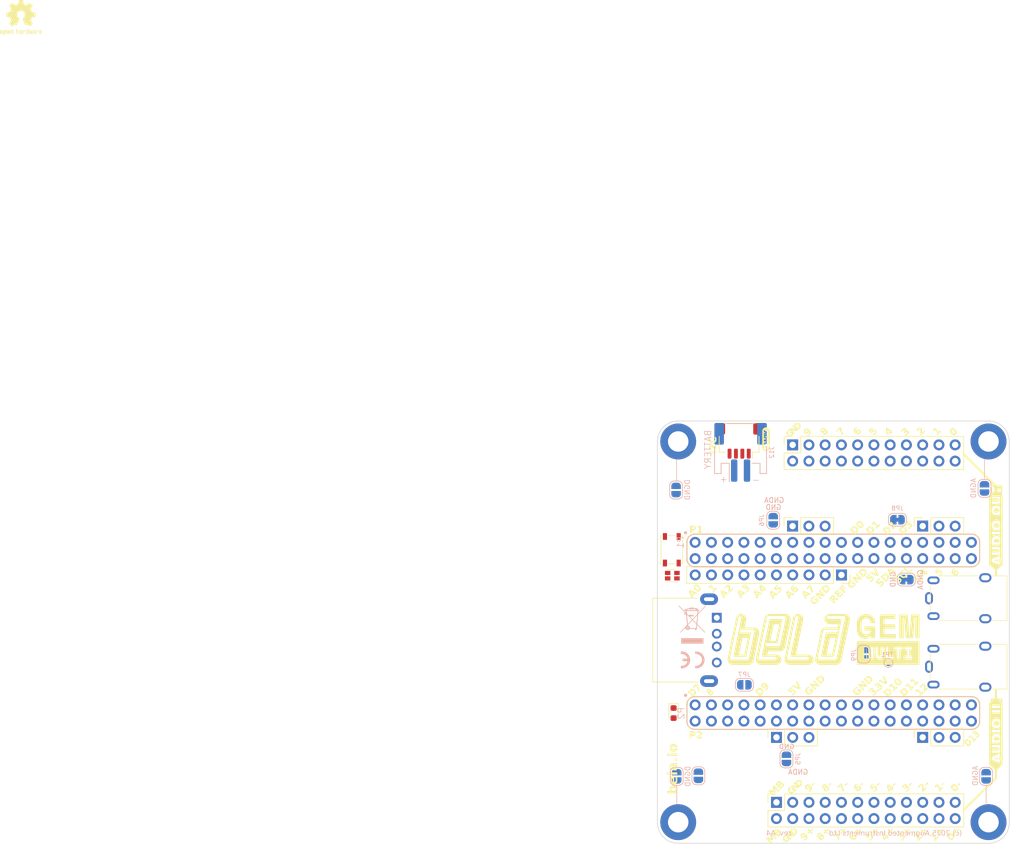
<source format=kicad_pcb>
(kicad_pcb (version 20241229) (generator "pcbnew") (generator_version "9.0")
  (title_block (title "PB2 Bela Mini Proto") (date "2024-11") (rev "rev 1.0") (company "Augmented Instruments Ltd."))
  (layers (0 "F.Cu" signal) (4 "In1.Cu" signal) (6 "In2.Cu" signal) (2 "B.Cu" signal) (13 "F.Paste" user) (15 "B.Paste" user) (5 "F.SilkS" user "F.Silkscreen") (7 "B.SilkS" user "B.Silkscreen") (1 "F.Mask" user) (3 "B.Mask" user) (25 "Edge.Cuts" user))
  (net 0 "")
  (net 1 "GND")
  (net 2 "+3V3")
  (net 3 "GNDA")
  (net 4 "+3.3VA")
  (net 5 "/REFP")
  (net 6 "/REFIO")
  (net 7 "Net-(D1-A1)")
  (net 8 "Net-(D1-A2)")
  (net 9 "/HPR")
  (net 10 "/HPL")
  (net 11 "+5V")
  (net 12 "/analog2")
  (net 13 "/analog1")
  (net 14 "/analog3")
  (net 15 "/analog0")
  (net 16 "/AUD_BCLK")
  (net 17 "/AUD_DOUT")
  (net 18 "/AUD_SCL")
  (net 19 "/AUD_DIN")
  (net 20 "/AUD_MCLK")
  (net 21 "/RESETN")
  (net 22 "/AUD_WCLK")
  (net 23 "/AUD_SDA")
  (net 24 "ADC_RST{slash}")
  (net 25 "/analog4")
  (net 26 "Net-(JP2-A)")
  (net 27 "/analog5")
  (net 28 "/analog6")
  (net 29 "/analog7")
  (net 30 "/USB_VBUS")
  (net 31 "/USB_DP")
  (net 32 "/USBGND")
  (net 33 "/SHUTDOWN_REQ{slash}")
  (net 34 "/LED_INDICATOR_A")
  (net 35 "/LED_INDICATOR_B")
  (net 36 "/SPI2.MOSI")
  (net 37 "/SPI2.CLK")
  (net 38 "/SPI2.MISO")
  (net 39 "SPI_ADC_CNV")
  (net 40 "/USB1.ID")
  (net 42 "/SPI0.MOSI")
  (net 43 "/UART0.TX")
  (net 44 "/I2C2.SDA")
  (net 48 "/SPI0.MISO")
  (net 50 "/UART4.TX")
  (net 53 "/SPI0.CLK")
  (net 56 "/BAT.TEMP")
  (net 57 "/USB_DN")
  (net 59 "/ON_OFF_BUTTON")
  (net 63 "/I2C2.SCL")
  (net 68 "/BAT.VIN")
  (net 69 "Net-(D24-K)")
  (net 71 "/UART0.RX")
  (net 72 "/AUD_DOUT5")
  (net 73 "/AUD_DOUT4")
  (net 74 "/UART4.RX")
  (net 75 "/AUD_DOUT3")
  (net 79 "Net-(JP1-A)")
  (net 80 "Net-(JP3-A)")
  (net 81 "Net-(JP4-A)")
  (net 82 "-5V")
  (net 83 "/LINE_OUT1")
  (net 84 "/LINE_OUT0")
  (net 85 "/AUD_DOUT2")
  (net 86 "/IN1")
  (net 87 "/IN0")
  (net 88 "/IN3")
  (net 89 "/IN2")
  (net 90 "/IN5")
  (net 91 "/IN4")
  (net 92 "/IN6")
  (net 93 "/IN7")
  (net 94 "/IN9")
  (net 95 "/IN8")
  (net 96 "/LINE_OUT2")
  (net 97 "/LINE_OUT3")
  (net 98 "/LINE_OUT5")
  (net 99 "/LINE_OUT4")
  (net 100 "/LINE_OUT7")
  (net 101 "/LINE_OUT6")
  (net 102 "/LINE_OUT9")
  (net 103 "/LINE_OUT8")
  (net 104 "/MICBIAS")
  (net 105 "/AUD_DIN2")
  (net 106 "/CODEC_BCLK")
  (net 107 "/ES9080/CHIP_EN")
  (net 108 "/AUX_MCLK")
  (net 109 "Net-(IC4-GPIO2)")
  (net 110 "Net-(R1-Pad1)")
  (net 111 "/IN6-")
  (net 112 "/IN1-")
  (net 113 "/IN4-")
  (net 114 "/IN9-")
  (net 115 "/IN5-")
  (net 116 "/IN3-")
  (net 117 "/IN7-")
  (net 118 "/IN8-")
  (net 119 "/IN0-")
  (net 120 "/IN2-")
  (net 121 "/LINE_OUT0-")
  (net 122 "/LINE_OUT1-")
  (net 124 "Net-(D24-A)")
  (net 125 "/POWER_LED_DISABLE")
  (net 126 "/AUD_DIN3")
  (net 127 "/TLV320ADC3140/I2C_ADDR1")
  (footprint "Connector_PinSocket_2.54mm:PinSocket_1x03_P2.54mm_Vertical" (layer "F.Cu") (at 144.2089 115.248202 90)
    (property "Reference" "J9" (hide yes))
    (property "Value" "Conn_01x03")
    (pad "1" thru_hole rect (at 0 0 90) (size 1.7 1.7) (drill 1) (layers "*.Cu" "*.Mask") (net 3 "GNDA"))
    (pad "2" thru_hole circle (at 0 2.54 90) (size 1.7 1.7) (drill 1) (layers "*.Cu" "*.Mask") (net 3 "GNDA"))
    (pad "3" thru_hole circle (at 0 5.08 90) (size 1.7 1.7) (drill 1) (layers "*.Cu" "*.Mask") (net 4 "+3.3VA"))
  )
  (footprint "Connector_PinSocket_2.54mm:PinSocket_1x03_P2.54mm_Vertical" (layer "F.Cu") (at 144.2089 82.228202 90)
    (property "Reference" "J11" (hide yes))
    (property "Value" "Conn_01x03")
    (pad "1" thru_hole rect (at 0 0 90) (size 1.7 1.7) (drill 1) (layers "*.Cu" "*.Mask") (net 3 "GNDA"))
    (pad "2" thru_hole circle (at 0 2.54 90) (size 1.7 1.7) (drill 1) (layers "*.Cu" "*.Mask") (net 10 "/HPL"))
    (pad "3" thru_hole circle (at 0 5.08 90) (size 1.7 1.7) (drill 1) (layers "*.Cu" "*.Mask") (net 9 "/HPR"))
  )
  (footprint "Bela:qwiic_horizontal_SMD" (layer "F.Cu") (at 115.525 68.7 180)
    (property "Reference" "J4" (hide yes))
    (property "Value" "Conn_01x04_MountingPin")
    (pad "1" smd roundrect (at -1.5 -2.205 180) (size 0.6 1.55) (layers "F.Cu" "F.Mask" "F.Paste") (net 1 "GND"))
    (pad "2" smd roundrect (at -0.5 -2.205 180) (size 0.6 1.55) (layers "F.Cu" "F.Mask" "F.Paste") (net 2 "+3V3"))
    (pad "3" smd roundrect (at 0.5 -2.205 180) (size 0.6 1.55) (layers "F.Cu" "F.Mask" "F.Paste") (net 44 "/I2C2.SDA"))
    (pad "4" smd roundrect (at 1.5 -2.205 180) (size 0.6 1.55) (layers "F.Cu" "F.Mask" "F.Paste") (net 63 "/I2C2.SCL"))
    (pad "MP" smd roundrect (at -2.8 1.67 180) (size 1.2 1.8) (layers "F.Cu" "F.Mask" "F.Paste") (roundrect_rratio 0.208333) (net 1 "GND"))
    (pad "MP" smd roundrect (at 2.8 1.67 180) (size 1.2 1.8) (layers "F.Cu" "F.Mask" "F.Paste") (roundrect_rratio 0.208333) (net 1 "GND"))
  )
  (footprint "Button_Switch_SMD:SW_SPST_PTS810" (layer "F.Cu") (at 105 85.925 -90)
    (property "Reference" "S1" (hide yes))
    (property "Value" "PTS810")
    (pad "1" smd rect (at -2.075 -1.075 270) (size 1.05 0.65) (layers "F.Cu" "F.Mask" "F.Paste") (net 1 "GND"))
    (pad "1" smd rect (at 2.075 -1.075 270) (size 1.05 0.65) (layers "F.Cu" "F.Mask" "F.Paste") (net 1 "GND"))
    (pad "2" smd rect (at -2.075 1.075 270) (size 1.05 0.65) (layers "F.Cu" "F.Mask" "F.Paste") (net 110 "Net-(R1-Pad1)"))
    (pad "2" smd rect (at 2.075 1.075 270) (size 1.05 0.65) (layers "F.Cu" "F.Mask" "F.Paste") (net 110 "Net-(R1-Pad1)"))
  )
  (footprint "MountingHole:MountingHole_3.2mm_M3_DIN965_Pad" (layer "F.Cu") (at 106 128.5)
    (property "Reference" "H3" (hide yes))
    (property "Value" "MountingHole" (hide yes))
    (pad "1" thru_hole circle (at 0 0) (size 5.6 5.6) (drill 3.2) (layers "*.Cu" "*.Mask") (net 80 "Net-(JP3-A)"))
  )
  (footprint "LOGO" (layer "F.Cu") (at 128.714878 99.938704)
    (property "Reference" "G***" (hide yes))
    (property "Value" "LOGO" (hide yes))
  )
  (footprint "Connector_PinSocket_2.54mm:PinSocket_1x03_P2.54mm_Vertical" (layer "F.Cu") (at 121.357813 115.248202 90)
    (property "Reference" "J8" (hide yes))
    (property "Value" "Conn_01x03")
    (pad "1" thru_hole rect (at 0 0 90) (size 1.7 1.7) (drill 1) (layers "*.Cu" "*.Mask") (net 1 "GND"))
    (pad "2" thru_hole circle (at 0 2.54 90) (size 1.7 1.7) (drill 1) (layers "*.Cu" "*.Mask") (net 2 "+3V3"))
    (pad "3" thru_hole circle (at 0 5.08 90) (size 1.7 1.7) (drill 1) (layers "*.Cu" "*.Mask") (net 11 "+5V"))
  )
  (footprint "Connector_PinSocket_2.54mm:PinSocket_1x10_P2.54mm_Vertical" (layer "F.Cu") (at 131.515 89.861802 -90)
    (property "Reference" "J3" (hide yes))
    (property "Value" "Conn_01x10")
    (pad "1" thru_hole rect (at 0 0 270) (size 1.7 1.7) (drill 1) (layers "*.Cu" "*.Mask") (net 5 "/REFP"))
    (pad "2" thru_hole circle (at 0 2.54 270) (size 1.7 1.7) (drill 1) (layers "*.Cu" "*.Mask") (net 1 "GND"))
    (pad "3" thru_hole circle (at 0 5.08 270) (size 1.7 1.7) (drill 1) (layers "*.Cu" "*.Mask") (net 29 "/analog7"))
    (pad "4" thru_hole circle (at 0 7.62 270) (size 1.7 1.7) (drill 1) (layers "*.Cu" "*.Mask") (net 28 "/analog6"))
    (pad "5" thru_hole circle (at 0 10.16 270) (size 1.7 1.7) (drill 1) (layers "*.Cu" "*.Mask") (net 27 "/analog5"))
    (pad "6" thru_hole circle (at 0 12.7 270) (size 1.7 1.7) (drill 1) (layers "*.Cu" "*.Mask") (net 25 "/analog4"))
    (pad "7" thru_hole circle (at 0 15.24 270) (size 1.7 1.7) (drill 1) (layers "*.Cu" "*.Mask") (net 14 "/analog3"))
    (pad "8" thru_hole circle (at 0 17.78 270) (size 1.7 1.7) (drill 1) (layers "*.Cu" "*.Mask") (net 12 "/analog2"))
    (pad "9" thru_hole circle (at 0 20.32 270) (size 1.7 1.7) (drill 1) (layers "*.Cu" "*.Mask") (net 13 "/analog1"))
    (pad "10" thru_hole circle (at 0 22.86 270) (size 1.7 1.7) (drill 1) (layers "*.Cu" "*.Mask") (net 15 "/analog0"))
  )
  (footprint "LED_SMD:LED_LiteOn_LTST-C19HE1WT" (layer "F.Cu") (at 105.075 89.975 -90)
    (property "Reference" "D1" (hide yes))
    (property "Value" "LTST-C195TBJRKT")
    (pad "1" smd rect (at -0.425 -0.725 270) (size 0.65 0.85) (layers "F.Cu" "F.Mask" "F.Paste") (net 7 "Net-(D1-A1)"))
    (pad "2" smd rect (at 0.425 -0.725 270) (size 0.65 0.85) (layers "F.Cu" "F.Mask" "F.Paste") (net 8 "Net-(D1-A2)"))
    (pad "3" smd rect (at 0.425 0.725 270) (size 0.65 0.85) (layers "F.Cu" "F.Mask" "F.Paste") (net 1 "GND"))
    (pad "4" smd rect (at -0.425 0.725 270) (size 0.65 0.85) (layers "F.Cu" "F.Mask" "F.Paste") (net 1 "GND"))
  )
  (footprint "Bela:Jack_3.5mm_LumbergSubstitute" (layer "F.Cu") (at 157.4 93.5 -90)
    (property "Reference" "J2" (hide yes))
    (property "Value" "AudioJack4")
    (pad "" np_thru_hole circle (at 0 2 270) (size 1 1) (drill 1) (layers "*.Cu" "*.Mask"))
    (pad "" np_thru_hole circle (at 0 9 270) (size 1 1) (drill 1) (layers "*.Cu" "*.Mask"))
    (pad "R1" thru_hole oval (at -2.8 11.5) (size 1.9 1.2) (drill oval 1.3 0.6) (layers "*.Cu" "*.Mask") (net 9 "/HPR"))
    (pad "R2" thru_hole oval (at 2.8 11.5) (size 1.9 1.2) (drill oval 1.3 0.6) (layers "*.Cu" "*.Mask") (net 3 "GNDA"))
    (pad "S" thru_hole oval (at 0 12.2 90) (size 1.9 1.2) (drill oval 1.3 0.6) (layers "*.Cu" "*.Mask"))
    (pad "T" thru_hole oval (at -3.2 3.4) (size 1.9 1.4) (drill oval 1.3 0.8) (layers "*.Cu" "*.Mask") (net 10 "/HPL"))
    (pad "T" thru_hole oval (at 3.2 3.4) (size 1.9 1.4) (drill oval 1.3 0.8) (layers "*.Cu" "*.Mask") (net 10 "/HPL"))
  )
  (footprint "LED_SMD:LED_0603_1608Metric" (layer "F.Cu") (at 105.277387 111.448019 -90)
    (property "Reference" "D24" (hide yes))
    (property "Value" "LED")
    (pad "1" smd roundrect (at -0.7875 0 270) (size 0.875 0.95) (layers "F.Cu" "F.Mask" "F.Paste") (net 69 "Net-(D24-K)"))
    (pad "2" smd roundrect (at 0.7875 0 270) (size 0.875 0.95) (layers "F.Cu" "F.Mask" "F.Paste") (net 124 "Net-(D24-A)"))
  )
  (footprint "MountingHole:MountingHole_3.2mm_M3_DIN965_Pad" (layer "F.Cu") (at 154.5 128.5)
    (property "Reference" "H4" (hide yes))
    (property "Value" "MountingHole" (hide yes))
    (pad "1" thru_hole circle (at 0 0) (size 5.6 5.6) (drill 3.2) (layers "*.Cu" "*.Mask") (net 81 "Net-(JP4-A)"))
  )
  (footprint "MountingHole:MountingHole_3.2mm_M3_DIN965_Pad" (layer "F.Cu") (at 154.5 69)
    (property "Reference" "H2" (hide yes))
    (property "Value" "MountingHole" (hide yes))
    (pad "1" thru_hole circle (at 0 0) (size 5.6 5.6) (drill 3.2) (layers "*.Cu" "*.Mask") (net 26 "Net-(JP2-A)"))
  )
  (footprint "Connector_PinSocket_2.54mm:PinSocket_1x03_P2.54mm_Vertical" (layer "F.Cu") (at 123.88 82.228202 90)
    (property "Reference" "J10" (hide yes))
    (property "Value" "Conn_01x03")
    (pad "1" thru_hole rect (at 0 0 90) (size 1.7 1.7) (drill 1) (layers "*.Cu" "*.Mask") (net 1 "GND"))
    (pad "2" thru_hole circle (at 0 2.54 90) (size 1.7 1.7) (drill 1) (layers "*.Cu" "*.Mask") (net 82 "-5V"))
    (pad "3" thru_hole circle (at 0 5.08 90) (size 1.7 1.7) (drill 1) (layers "*.Cu" "*.Mask") (net 11 "+5V"))
  )
  (footprint "Connector_PinSocket_2.54mm:PinSocket_2x12_P2.54mm_Vertical" (layer "F.Cu") (at 121.356058 125.401435 90)
    (property "Reference" "J6" (hide yes))
    (property "Value" "Conn_02x12_Odd_Even")
    (pad "1" thru_hole rect (at 0 0 90) (size 1.7 1.7) (drill 1) (layers "*.Cu" "*.Mask") (net 104 "/MICBIAS"))
    (pad "2" thru_hole circle (at -2.54 0 90) (size 1.7 1.7) (drill 1) (layers "*.Cu" "*.Mask") (net 104 "/MICBIAS"))
    (pad "3" thru_hole circle (at 0 2.54 90) (size 1.7 1.7) (drill 1) (layers "*.Cu" "*.Mask") (net 3 "GNDA"))
    (pad "4" thru_hole circle (at -2.54 2.54 90) (size 1.7 1.7) (drill 1) (layers "*.Cu" "*.Mask") (net 3 "GNDA"))
    (pad "5" thru_hole circle (at 0 5.08 90) (size 1.7 1.7) (drill 1) (layers "*.Cu" "*.Mask") (net 114 "/IN9-"))
    (pad "6" thru_hole circle (at -2.54 5.08 90) (size 1.7 1.7) (drill 1) (layers "*.Cu" "*.Mask") (net 94 "/IN9"))
    (pad "7" thru_hole circle (at 0 7.62 90) (size 1.7 1.7) (drill 1) (layers "*.Cu" "*.Mask") (net 118 "/IN8-"))
    (pad "8" thru_hole circle (at -2.54 7.62 90) (size 1.7 1.7) (drill 1) (layers "*.Cu" "*.Mask") (net 95 "/IN8"))
    (pad "9" thru_hole circle (at 0 10.16 90) (size 1.7 1.7) (drill 1) (layers "*.Cu" "*.Mask") (net 117 "/IN7-"))
    (pad "10" thru_hole circle (at -2.54 10.16 90) (size 1.7 1.7) (drill 1) (layers "*.Cu" "*.Mask") (net 93 "/IN7"))
    (pad "11" thru_hole circle (at 0 12.7 90) (size 1.7 1.7) (drill 1) (layers "*.Cu" "*.Mask") (net 111 "/IN6-"))
    (pad "12" thru_hole circle (at -2.54 12.7 90) (size 1.7 1.7) (drill 1) (layers "*.Cu" "*.Mask") (net 92 "/IN6"))
    (pad "13" thru_hole circle (at 0 15.24 90) (size 1.7 1.7) (drill 1) (layers "*.Cu" "*.Mask") (net 115 "/IN5-"))
    (pad "14" thru_hole circle (at -2.54 15.24 90) (size 1.7 1.7) (drill 1) (layers "*.Cu" "*.Mask") (net 90 "/IN5"))
    (pad "15" thru_hole circle (at 0 17.78 90) (size 1.7 1.7) (drill 1) (layers "*.Cu" "*.Mask") (net 113 "/IN4-"))
    (pad "16" thru_hole circle (at -2.54 17.78 90) (size 1.7 1.7) (drill 1) (layers "*.Cu" "*.Mask") (net 91 "/IN4"))
    (pad "17" thru_hole circle (at 0 20.32 90) (size 1.7 1.7) (drill 1) (layers "*.Cu" "*.Mask") (net 116 "/IN3-"))
    (pad "18" thru_hole circle (at -2.54 20.32 90) (size 1.7 1.7) (drill 1) (layers "*.Cu" "*.Mask") (net 88 "/IN3"))
    (pad "19" thru_hole circle (at 0 22.86 90) (size 1.7 1.7) (drill 1) (layers "*.Cu" "*.Mask") (net 120 "/IN2-"))
    (pad "20" thru_hole circle (at -2.54 22.86 90) (size 1.7 1.7) (drill 1) (layers "*.Cu" "*.Mask") (net 89 "/IN2"))
    (pad "21" thru_hole circle (at 0 25.4 90) (size 1.7 1.7) (drill 1) (layers "*.Cu" "*.Mask") (net 112 "/IN1-"))
    (pad "22" thru_hole circle (at -2.54 25.4 90) (size 1.7 1.7) (drill 1) (layers "*.Cu" "*.Mask") (net 86 "/IN1"))
    (pad "23" thru_hole circle (at 0 27.94 90) (size 1.7 1.7) (drill 1) (layers "*.Cu" "*.Mask") (net 119 "/IN0-"))
    (pad "24" thru_hole circle (at -2.54 27.94 90) (size 1.7 1.7) (drill 1) (layers "*.Cu" "*.Mask") (net 87 "/IN0"))
  )
  (footprint "Bela:USB_A_GCT_USB1125" (layer "F.Cu") (at 112.0275 96.55 -90)
    (property "Reference" "J5" (hide yes))
    (property "Value" "USB_A")
    (pad "1" thru_hole rect (at 0 0 270) (size 1.524 1.524) (drill 0.92) (layers "*.Cu" "*.Mask") (net 30 "/USB_VBUS"))
    (pad "2" thru_hole circle (at 2.5 0 270) (size 1.524 1.524) (drill 0.92) (layers "*.Cu" "*.Mask") (net 57 "/USB_DN"))
    (pad "3" thru_hole circle (at 4.5 0 270) (size 1.524 1.524) (drill 0.92) (layers "*.Cu" "*.Mask") (net 31 "/USB_DP"))
    (pad "4" thru_hole circle (at 7 0 270) (size 1.524 1.524) (drill 0.92) (layers "*.Cu" "*.Mask") (net 32 "/USBGND"))
    (pad "5" thru_hole oval (at -2.9 1.2 270) (size 1.8 2.8) (drill oval 0.6 1.6) (layers "*.Cu" "*.Mask") (net 32 "/USBGND"))
    (pad "5" thru_hole oval (at 9.9 1.2 270) (size 1.8 2.8) (drill oval 0.6 1.6) (layers "*.Cu" "*.Mask") (net 32 "/USBGND"))
  )
  (footprint "MountingHole:MountingHole_3.2mm_M3_DIN965_Pad" (layer "F.Cu") (at 106 69)
    (property "Reference" "H1" (hide yes))
    (property "Value" "MountingHole" (hide yes))
    (pad "1" thru_hole circle (at 0 0) (size 5.6 5.6) (drill 3.2) (layers "*.Cu" "*.Mask") (net 79 "Net-(JP1-A)"))
  )
  (footprint "Bela:Jack_3.5mm_LumbergSubstitute" (layer "F.Cu") (at 157.4 104.2 -90)
    (property "Reference" "J1" (hide yes))
    (property "Value" "AudioJack4")
    (pad "" np_thru_hole circle (at 0 2 270) (size 1 1) (drill 1) (layers "*.Cu" "*.Mask"))
    (pad "" np_thru_hole circle (at 0 9 270) (size 1 1) (drill 1) (layers "*.Cu" "*.Mask"))
    (pad "R1" thru_hole oval (at -2.8 11.5) (size 1.9 1.2) (drill oval 1.3 0.6) (layers "*.Cu" "*.Mask") (net 86 "/IN1"))
    (pad "R2" thru_hole oval (at 2.8 11.5) (size 1.9 1.2) (drill oval 1.3 0.6) (layers "*.Cu" "*.Mask") (net 3 "GNDA"))
    (pad "S" thru_hole oval (at 0 12.2 90) (size 1.9 1.2) (drill oval 1.3 0.6) (layers "*.Cu" "*.Mask"))
    (pad "T" thru_hole oval (at -3.2 3.4) (size 1.9 1.4) (drill oval 1.3 0.8) (layers "*.Cu" "*.Mask") (net 87 "/IN0"))
    (pad "T" thru_hole oval (at 3.2 3.4) (size 1.9 1.4) (drill oval 1.3 0.8) (layers "*.Cu" "*.Mask") (net 87 "/IN0"))
  )
  (footprint "Connector_PinSocket_2.54mm:PinSocket_2x11_P2.54mm_Vertical" (layer "F.Cu") (at 123.887492 69.52984 90)
    (property "Reference" "J7" (hide yes))
    (property "Value" "Conn_02x11_Odd_Even")
    (pad "1" thru_hole rect (at 0 0 90) (size 1.7 1.7) (drill 1) (layers "*.Cu" "*.Mask") (net 3 "GNDA"))
    (pad "2" thru_hole circle (at -2.54 0 90) (size 1.7 1.7) (drill 1) (layers "*.Cu" "*.Mask") (net 3 "GNDA"))
    (pad "3" thru_hole circle (at 0 2.54 90) (size 1.7 1.7) (drill 1) (layers "*.Cu" "*.Mask") (net 102 "/LINE_OUT9"))
    (pad "4" thru_hole circle (at -2.54 2.54 90) (size 1.7 1.7) (drill 1) (layers "*.Cu" "*.Mask") (net 3 "GNDA"))
    (pad "5" thru_hole circle (at 0 5.08 90) (size 1.7 1.7) (drill 1) (layers "*.Cu" "*.Mask") (net 103 "/LINE_OUT8"))
    (pad "6" thru_hole circle (at -2.54 5.08 90) (size 1.7 1.7) (drill 1) (layers "*.Cu" "*.Mask") (net 3 "GNDA"))
    (pad "7" thru_hole circle (at 0 7.62 90) (size 1.7 1.7) (drill 1) (layers "*.Cu" "*.Mask") (net 100 "/LINE_OUT7"))
    (pad "8" thru_hole circle (at -2.54 7.62 90) (size 1.7 1.7) (drill 1) (layers "*.Cu" "*.Mask") (net 3 "GNDA"))
    (pad "9" thru_hole circle (at 0 10.16 90) (size 1.7 1.7) (drill 1) (layers "*.Cu" "*.Mask") (net 101 "/LINE_OUT6"))
    (pad "10" thru_hole circle (at -2.54 10.16 90) (size 1.7 1.7) (drill 1) (layers "*.Cu" "*.Mask") (net 3 "GNDA"))
    (pad "11" thru_hole circle (at 0 12.7 90) (size 1.7 1.7) (drill 1) (layers "*.Cu" "*.Mask") (net 98 "/LINE_OUT5"))
    (pad "12" thru_hole circle (at -2.54 12.7 90) (size 1.7 1.7) (drill 1) (layers "*.Cu" "*.Mask") (net 3 "GNDA"))
    (pad "13" thru_hole circle (at 0 15.24 90) (size 1.7 1.7) (drill 1) (layers "*.Cu" "*.Mask") (net 99 "/LINE_OUT4"))
    (pad "14" thru_hole circle (at -2.54 15.24 90) (size 1.7 1.7) (drill 1) (layers "*.Cu" "*.Mask") (net 3 "GNDA"))
    (pad "15" thru_hole circle (at 0 17.78 90) (size 1.7 1.7) (drill 1) (layers "*.Cu" "*.Mask") (net 97 "/LINE_OUT3"))
    (pad "16" thru_hole circle (at -2.54 17.78 90) (size 1.7 1.7) (drill 1) (layers "*.Cu" "*.Mask") (net 3 "GNDA"))
    (pad "17" thru_hole circle (at 0 20.32 90) (size 1.7 1.7) (drill 1) (layers "*.Cu" "*.Mask") (net 96 "/LINE_OUT2"))
    (pad "18" thru_hole circle (at -2.54 20.32 90) (size 1.7 1.7) (drill 1) (layers "*.Cu" "*.Mask") (net 3 "GNDA"))
    (pad "19" thru_hole circle (at 0 22.86 90) (size 1.7 1.7) (drill 1) (layers "*.Cu" "*.Mask") (net 83 "/LINE_OUT1"))
    (pad "20" thru_hole circle (at -2.54 22.86 90) (size 1.7 1.7) (drill 1) (layers "*.Cu" "*.Mask") (net 122 "/LINE_OUT1-"))
    (pad "21" thru_hole circle (at 0 25.4 90) (size 1.7 1.7) (drill 1) (layers "*.Cu" "*.Mask") (net 84 "/LINE_OUT0"))
    (pad "22" thru_hole circle (at -2.54 25.4 90) (size 1.7 1.7) (drill 1) (layers "*.Cu" "*.Mask") (net 121 "/LINE_OUT0-"))
  )
  (footprint "Symbol:OSHW-Logo2_7.3x6mm_SilkScreen" (layer "F.Cu") (at 3.270714 2.762714)
    (property "Reference" "G1" (hide yes))
    (property "Value" "OSHW-Logo" (hide yes))
  )
  (footprint "Jumper:SolderJumper-2_P1.3mm_Open_RoundedPad1.0x1.5mm" (layer "B.Cu") (at 122.9209 118.608202 90)
    (property "Reference" "JP5" (at 0 1.8 90) (layer "B.SilkS") (effects (font (size 0.7 0.7) (thickness 0.1)) (justify mirror)))
    (property "Value" "SolderJumper_2_Open")
    (pad "1" smd custom (at -0.65 0 90) (size 1 0.5) (layers "B.Cu" "B.Mask") (net 3 "GNDA") (options (clearance outline) (anchor rect)) (primitives (gr_circle (center 0 -0.25) (end 0.5 -0.25) (width 0) (fill yes)) (gr_circle (center 0 0.25) (end 0.5 0.25) (width 0) (fill yes)) (gr_poly (pts (xy 0.5 -0.75) (xy 0 -0.75) (xy 0 0.75) (xy 0.5 0.75)) (width 0) (fill yes))))
    (pad "2" smd custom (at 0.65 0 90) (size 1 0.5) (layers "B.Cu" "B.Mask") (net 1 "GND") (options (clearance outline) (anchor rect)) (primitives (gr_circle (center 0 -0.25) (end 0.5 -0.25) (width 0) (fill yes)) (gr_circle (center 0 0.25) (end 0.5 0.25) (width 0) (fill yes)) (gr_poly (pts (xy 0 -0.75) (xy -0.5 -0.75) (xy -0.5 0.75) (xy 0 0.75)) (width 0) (fill yes))))
  )
  (footprint "Jumper:SolderJumper-2_P1.3mm_Open_RoundedPad1.0x1.5mm" (layer "B.Cu") (at 154.1209 121.333202 90)
    (property "Reference" "JP4" (hide yes))
    (property "Value" "SolderJumper_2_Open" (hide yes))
    (pad "1" smd custom (at -0.65 0 90) (size 1 0.5) (layers "B.Cu" "B.Mask") (net 81 "Net-(JP4-A)") (options (clearance outline) (anchor rect)) (primitives (gr_circle (center 0 -0.25) (end 0.5 -0.25) (width 0) (fill yes)) (gr_circle (center 0 0.25) (end 0.5 0.25) (width 0) (fill yes)) (gr_poly (pts (xy 0.5 -0.75) (xy 0 -0.75) (xy 0 0.75) (xy 0.5 0.75)) (width 0) (fill yes))))
    (pad "2" smd custom (at 0.65 0 90) (size 1 0.5) (layers "B.Cu" "B.Mask") (net 3 "GNDA") (options (clearance outline) (anchor rect)) (primitives (gr_circle (center 0 -0.25) (end 0.5 -0.25) (width 0) (fill yes)) (gr_circle (center 0 0.25) (end 0.5 0.25) (width 0) (fill yes)) (gr_poly (pts (xy 0 -0.75) (xy -0.5 -0.75) (xy -0.5 0.75) (xy 0 0.75)) (width 0) (fill yes))))
  )
  (footprint "TestPoint:TestPoint_Pad_D1.0mm" (layer "B.Cu") (at 138.8609 103.613202 180)
    (property "Reference" "TP1" (at 0.2109 1.288202 0) (layer "B.SilkS") (effects (font (size 0.7 0.7) (thickness 0.1)) (justify mirror)))
    (property "Value" "TestPoint")
    (pad "1" smd circle (at 0 0 180) (size 1 1) (layers "B.Cu" "B.Mask") (net 109 "Net-(IC4-GPIO2)"))
  )
  (footprint "Jumper:SolderJumper-2_P1.3mm_Bridged_RoundedPad1.0x1.5mm" (layer "B.Cu") (at 141.6509 90.593202 180)
    (property "Reference" "NT1" (hide yes))
    (property "Value" "NetTie_2")
    (fp_poly (pts (xy 0.25 0.3) (xy -0.25 0.3) (xy -0.25 -0.3) (xy 0.25 -0.3)) (fill yes) (layer "B.Cu"))
    (pad "1" smd custom (at -0.65 0 180) (size 1 0.5) (layers "B.Cu" "B.Mask") (net 3 "GNDA") (options (clearance outline) (anchor rect)) (primitives (gr_circle (center 0 -0.25) (end 0.5 -0.25) (width 0) (fill yes)) (gr_circle (center 0 0.25) (end 0.5 0.25) (width 0) (fill yes)) (gr_poly (pts (xy 0.5 -0.75) (xy 0 -0.75) (xy 0 0.75) (xy 0.5 0.75)) (width 0) (fill yes))))
    (pad "2" smd custom (at 0.65 0 180) (size 1 0.5) (layers "B.Cu" "B.Mask") (net 1 "GND") (options (clearance outline) (anchor rect)) (primitives (gr_circle (center 0 -0.25) (end 0.5 -0.25) (width 0) (fill yes)) (gr_circle (center 0 0.25) (end 0.5 0.25) (width 0) (fill yes)) (gr_poly (pts (xy 0 -0.75) (xy -0.5 -0.75) (xy -0.5 0.75) (xy 0 0.75)) (width 0) (fill yes))))
  )
  (footprint "Jumper:SolderJumper-2_P1.3mm_Open_RoundedPad1.0x1.5mm" (layer "B.Cu") (at 105.7709 121.333202 90)
    (property "Reference" "JP3" (hide yes))
    (property "Value" "SolderJumper_2_Open" (hide yes))
    (pad "1" smd custom (at -0.65 0 90) (size 1 0.5) (layers "B.Cu" "B.Mask") (net 80 "Net-(JP3-A)") (options (clearance outline) (anchor rect)) (primitives (gr_circle (center 0 -0.25) (end 0.5 -0.25) (width 0) (fill yes)) (gr_circle (center 0 0.25) (end 0.5 0.25) (width 0) (fill yes)) (gr_poly (pts (xy 0.5 -0.75) (xy 0 -0.75) (xy 0 0.75) (xy 0.5 0.75)) (width 0) (fill yes))))
    (pad "2" smd custom (at 0.65 0 90) (size 1 0.5) (layers "B.Cu" "B.Mask") (net 1 "GND") (options (clearance outline) (anchor rect)) (primitives (gr_circle (center 0 -0.25) (end 0.5 -0.25) (width 0) (fill yes)) (gr_circle (center 0 0.25) (end 0.5 0.25) (width 0) (fill yes)) (gr_poly (pts (xy 0 -0.75) (xy -0.5 -0.75) (xy -0.5 0.75) (xy 0 0.75)) (width 0) (fill yes))))
  )
  (footprint "Jumper:SolderJumper-2_P1.3mm_Open_RoundedPad1.0x1.5mm" (layer "B.Cu") (at 153.8709 76.333202 -90)
    (property "Reference" "JP2" (hide yes))
    (property "Value" "SolderJumper_2_Open" (hide yes))
    (pad "1" smd custom (at -0.65 0 270) (size 1 0.5) (layers "B.Cu" "B.Mask") (net 26 "Net-(JP2-A)") (options (clearance outline) (anchor rect)) (primitives (gr_circle (center 0 -0.25) (end 0.5 -0.25) (width 0) (fill yes)) (gr_circle (center 0 0.25) (end 0.5 0.25) (width 0) (fill yes)) (gr_poly (pts (xy 0.5 -0.75) (xy 0 -0.75) (xy 0 0.75) (xy 0.5 0.75)) (width 0) (fill yes))))
    (pad "2" smd custom (at 0.65 0 270) (size 1 0.5) (layers "B.Cu" "B.Mask") (net 3 "GNDA") (options (clearance outline) (anchor rect)) (primitives (gr_circle (center 0 -0.25) (end 0.5 -0.25) (width 0) (fill yes)) (gr_circle (center 0 0.25) (end 0.5 0.25) (width 0) (fill yes)) (gr_poly (pts (xy 0 -0.75) (xy -0.5 -0.75) (xy -0.5 0.75) (xy 0 0.75)) (width 0) (fill yes))))
  )
  (footprint "Bela:PB2" (layer "B.Cu") (at 130.2389 98.738202)
    (property "Reference" "U1" (hide yes))
    (property "Value" "PocketBeagle2")
    (fp_text user "P1" (at -21.4389 -15.888202 0) (layer "F.SilkS") (effects (font (size 1.1 1.1) (thickness 0.1))))
    (fp_text user "P2" (at -21.4889 16.211798 0) (layer "F.SilkS") (effects (font (size 1.1 1.1) (thickness 0.1))))
    (fp_text user "P1" (at -23.88 -13.97 90) (layer "B.SilkS") (effects (font (thickness 0.1)) (justify mirror)))
    (fp_text user "P2" (at -23.7889 12.736798 90) (layer "B.SilkS") (effects (font (thickness 0.1)) (justify mirror)))
    (pad "P1.1" thru_hole oval (at -21.59 -13.97 270) (size 1.7 1.7) (drill 1) (layers "*.Cu" "*.Mask"))
    (pad "P1.2" thru_hole oval (at -21.59 -11.43 270) (size 1.7 1.7) (drill 1) (layers "*.Cu" "*.Mask") (net 105 "/AUD_DIN2"))
    (pad "P1.3" thru_hole oval (at -19.05 -13.97 270) (size 1.7 1.7) (drill 1) (layers "*.Cu" "*.Mask"))
    (pad "P1.4" thru_hole oval (at -19.05 -11.43 270) (size 1.7 1.7) (drill 1) (layers "*.Cu" "*.Mask") (net 85 "/AUD_DOUT2"))
    (pad "P1.5" thru_hole oval (at -16.51 -13.97 270) (size 1.7 1.7) (drill 1) (layers "*.Cu" "*.Mask") (net 30 "/USB_VBUS"))
    (pad "P1.6" thru_hole oval (at -16.51 -11.43 270) (size 1.7 1.7) (drill 1) (layers "*.Cu" "*.Mask") (net 39 "SPI_ADC_CNV"))
    (pad "P1.7" thru_hole oval (at -13.97 -13.97 270) (size 1.7 1.7) (drill 1) (layers "*.Cu" "*.Mask") (net 30 "/USB_VBUS"))
    (pad "P1.8" thru_hole oval (at -13.97 -11.43 270) (size 1.7 1.7) (drill 1) (layers "*.Cu" "*.Mask") (net 37 "/SPI2.CLK"))
    (pad "P1.9" thru_hole oval (at -11.43 -13.97 270) (size 1.7 1.7) (drill 1) (layers "*.Cu" "*.Mask") (net 57 "/USB_DN"))
    (pad "P1.10" thru_hole oval (at -11.43 -11.43 270) (size 1.7 1.7) (drill 1) (layers "*.Cu" "*.Mask") (net 38 "/SPI2.MISO"))
    (pad "P1.11" thru_hole oval (at -8.89 -13.97 270) (size 1.7 1.7) (drill 1) (layers "*.Cu" "*.Mask") (net 31 "/USB_DP"))
    (pad "P1.12" thru_hole oval (at -8.89 -11.43 270) (size 1.7 1.7) (drill 1) (layers "*.Cu" "*.Mask") (net 36 "/SPI2.MOSI"))
    (pad "P1.13" thru_hole oval (at -6.35 -13.97 270) (size 1.7 1.7) (drill 1) (layers "*.Cu" "*.Mask") (net 40 "/USB1.ID"))
    (pad "P1.14" thru_hole oval (at -6.35 -11.43 270) (size 1.7 1.7) (drill 1) (layers "*.Cu" "*.Mask"))
    (pad "P1.15" thru_hole oval (at -3.81 -13.97 270) (size 1.7 1.7) (drill 1) (layers "*.Cu" "*.Mask") (net 32 "/USBGND"))
    (pad "P1.16" thru_hole oval (at -3.81 -11.43 270) (size 1.7 1.7) (drill 1) (layers "*.Cu" "*.Mask") (net 1 "GND"))
    (pad "P1.17" thru_hole oval (at -1.27 -13.97 270) (size 1.7 1.7) (drill 1) (layers "*.Cu" "*.Mask"))
    (pad "P1.18" thru_hole oval (at -1.27 -11.43 270) (size 1.7 1.7) (drill 1) (layers "*.Cu" "*.Mask"))
    (pad "P1.19" thru_hole oval (at 1.27 -13.97 270) (size 1.7 1.7) (drill 1) (layers "*.Cu" "*.Mask") (net 75 "/AUD_DOUT3"))
    (pad "P1.20" thru_hole oval (at 1.27 -11.43 270) (size 1.7 1.7) (drill 1) (layers "*.Cu" "*.Mask") (net 74 "/UART4.RX"))
    (pad "P1.21" thru_hole oval (at 3.81 -13.97 270) (size 1.7 1.7) (drill 1) (layers "*.Cu" "*.Mask"))
    (pad "P1.22" thru_hole oval (at 3.81 -11.43 270) (size 1.7 1.7) (drill 1) (layers "*.Cu" "*.Mask") (net 1 "GND"))
    (pad "P1.23" thru_hole oval (at 6.35 -13.97 270) (size 1.7 1.7) (drill 1) (layers "*.Cu" "*.Mask"))
    (pad "P1.24" thru_hole oval (at 6.35 -11.43 270) (size 1.7 1.7) (drill 1) (layers "*.Cu" "*.Mask") (net 11 "+5V"))
    (pad "P1.25" thru_hole oval (at 8.89 -13.97 270) (size 1.7 1.7) (drill 1) (layers "*.Cu" "*.Mask") (net 73 "/AUD_DOUT4"))
    (pad "P1.26" thru_hole oval (at 8.89 -11.43 270) (size 1.7 1.7) (drill 1) (layers "*.Cu" "*.Mask") (net 44 "/I2C2.SDA"))
    (pad "P1.27" thru_hole oval (at 11.43 -13.97 270) (size 1.7 1.7) (drill 1) (layers "*.Cu" "*.Mask") (net 72 "/AUD_DOUT5"))
    (pad "P1.28" thru_hole oval (at 11.43 -11.43 270) (size 1.7 1.7) (drill 1) (layers "*.Cu" "*.Mask") (net 63 "/I2C2.SCL"))
    (pad "P1.29" thru_hole oval (at 13.97 -13.97 270) (size 1.7 1.7) (drill 1) (layers "*.Cu" "*.Mask"))
    (pad "P1.30" thru_hole oval (at 13.97 -11.43 270) (size 1.7 1.7) (drill 1) (layers "*.Cu" "*.Mask") (net 43 "/UART0.TX"))
    (pad "P1.31" thru_hole oval (at 16.51 -13.97 270) (size 1.7 1.7) (drill 1) (layers "*.Cu" "*.Mask"))
    (pad "P1.32" thru_hole oval (at 16.51 -11.43 270) (size 1.7 1.7) (drill 1) (layers "*.Cu" "*.Mask") (net 71 "/UART0.RX"))
    (pad "P1.33" thru_hole oval (at 19.05 -13.97 270) (size 1.7 1.7) (drill 1) (layers "*.Cu" "*.Mask") (net 23 "/AUD_SDA"))
    (pad "P1.34" thru_hole oval (at 19.05 -11.43 270) (size 1.7 1.7) (drill 1) (layers "*.Cu" "*.Mask"))
    (pad "P1.35" thru_hole oval (at 21.59 -13.97 270) (size 1.7 1.7) (drill 1) (layers "*.Cu" "*.Mask"))
    (pad "P1.36" thru_hole oval (at 21.59 -11.43 270) (size 1.7 1.7) (drill 1) (layers "*.Cu" "*.Mask") (net 18 "/AUD_SCL"))
    (pad "P2.1" thru_hole oval (at -21.59 11.43 270) (size 1.7 1.7) (drill 1) (layers "*.Cu" "*.Mask"))
    (pad "P2.2" thru_hole oval (at -21.59 13.97 270) (size 1.7 1.7) (drill 1) (layers "*.Cu" "*.Mask") (net 34 "/LED_INDICATOR_A"))
    (pad "P2.3" thru_hole oval (at -19.05 11.43 270) (size 1.7 1.7) (drill 1) (layers "*.Cu" "*.Mask"))
    (pad "P2.4" thru_hole oval (at -19.05 13.97 270) (size 1.7 1.7) (drill 1) (layers "*.Cu" "*.Mask") (net 35 "/LED_INDICATOR_B"))
    (pad "P2.5" thru_hole oval (at -16.51 11.43 270) (size 1.7 1.7) (drill 1) (layers "*.Cu" "*.Mask") (net 17 "/AUD_DOUT"))
    (pad "P2.6" thru_hole oval (at -16.51 13.97 270) (size 1.7 1.7) (drill 1) (layers "*.Cu" "*.Mask") (net 59 "/ON_OFF_BUTTON"))
    (pad "P2.7" thru_hole oval (at -13.97 11.43 270) (size 1.7 1.7) (drill 1) (layers "*.Cu" "*.Mask") (net 19 "/AUD_DIN"))
    (pad "P2.8" thru_hole oval (at -13.97 13.97 270) (size 1.7 1.7) (drill 1) (layers "*.Cu" "*.Mask") (net 125 "/POWER_LED_DISABLE"))
    (pad "P2.9" thru_hole oval (at -11.43 11.43 270) (size 1.7 1.7) (drill 1) (layers "*.Cu" "*.Mask"))
    (pad "P2.10" thru_hole oval (at -11.43 13.97 270) (size 1.7 1.7) (drill 1) (layers "*.Cu" "*.Mask") (net 22 "/AUD_WCLK"))
    (pad "P2.11" thru_hole oval (at -8.89 11.43 270) (size 1.7 1.7) (drill 1) (layers "*.Cu" "*.Mask") (net 20 "/AUD_MCLK"))
    (pad "P2.12" thru_hole oval (at -8.89 13.97 270) (size 1.7 1.7) (drill 1) (layers "*.Cu" "*.Mask") (net 33 "/SHUTDOWN_REQ{slash}"))
    (pad "P2.13" thru_hole oval (at -6.35 11.43 270) (size 1.7 1.7) (drill 1) (layers "*.Cu" "*.Mask") (net 11 "+5V"))
    (pad "P2.14" thru_hole oval (at -6.35 13.97 270) (size 1.7 1.7) (drill 1) (layers "*.Cu" "*.Mask") (net 68 "/BAT.VIN"))
    (pad "P2.15" thru_hole oval (at -3.81 11.43 270) (size 1.7 1.7) (drill 1) (layers "*.Cu" "*.Mask") (net 1 "GND"))
    (pad "P2.16" thru_hole oval (at -3.81 13.97 270) (size 1.7 1.7) (drill 1) (layers "*.Cu" "*.Mask") (net 56 "/BAT.TEMP"))
    (pad "P2.17" thru_hole oval (at -1.27 11.43 270) (size 1.7 1.7) (drill 1) (layers "*.Cu" "*.Mask"))
    (pad "P2.18" thru_hole oval (at -1.27 13.97 270) (size 1.7 1.7) (drill 1) (layers "*.Cu" "*.Mask") (net 24 "ADC_RST{slash}"))
    (pad "P2.19" thru_hole oval (at 1.27 11.43 270) (size 1.7 1.7) (drill 1) (layers "*.Cu" "*.Mask") (net 16 "/AUD_BCLK"))
    (pad "P2.20" thru_hole oval (at 1.27 13.97 270) (size 1.7 1.7) (drill 1) (layers "*.Cu" "*.Mask") (net 50 "/UART4.TX"))
    (pad "P2.21" thru_hole oval (at 3.81 11.43 270) (size 1.7 1.7) (drill 1) (layers "*.Cu" "*.Mask") (net 1 "GND"))
    (pad "P2.22" thru_hole oval (at 3.81 13.97 270) (size 1.7 1.7) (drill 1) (layers "*.Cu" "*.Mask"))
    (pad "P2.23" thru_hole oval (at 6.35 11.43 270) (size 1.7 1.7) (drill 1) (layers "*.Cu" "*.Mask") (net 2 "+3V3"))
    (pad "P2.24" thru_hole oval (at 6.35 13.97 270) (size 1.7 1.7) (drill 1) (layers "*.Cu" "*.Mask"))
    (pad "P2.25" thru_hole oval (at 8.89 11.43 270) (size 1.7 1.7) (drill 1) (layers "*.Cu" "*.Mask") (net 42 "/SPI0.MOSI"))
    (pad "P2.26" thru_hole oval (at 8.89 13.97 270) (size 1.7 1.7) (drill 1) (layers "*.Cu" "*.Mask") (net 21 "/RESETN"))
    (pad "P2.27" thru_hole oval (at 11.43 11.43 270) (size 1.7 1.7) (drill 1) (layers "*.Cu" "*.Mask") (net 48 "/SPI0.MISO"))
    (pad "P2.28" thru_hole oval (at 11.43 13.97 270) (size 1.7 1.7) (drill 1) (layers "*.Cu" "*.Mask"))
    (pad "P2.29" thru_hole oval (at 13.97 11.43 270) (size 1.7 1.7) (drill 1) (layers "*.Cu" "*.Mask") (net 53 "/SPI0.CLK"))
    (pad "P2.30" thru_hole oval (at 13.97 13.97 270) (size 1.7 1.7) (drill 1) (layers "*.Cu" "*.Mask"))
    (pad "P2.31" thru_hole oval (at 16.51 11.43 270) (size 1.7 1.7) (drill 1) (layers "*.Cu" "*.Mask") (net 126 "/AUD_DIN3"))
    (pad "P2.32" thru_hole oval (at 16.51 13.97 270) (size 1.7 1.7) (drill 1) (layers "*.Cu" "*.Mask"))
    (pad "P2.33" thru_hole oval (at 19.05 11.43 270) (size 1.7 1.7) (drill 1) (layers "*.Cu" "*.Mask"))
    (pad "P2.34" thru_hole oval (at 19.05 13.97 270) (size 1.7 1.7) (drill 1) (layers "*.Cu" "*.Mask"))
    (pad "P2.35" thru_hole oval (at 21.59 11.43 270) (size 1.7 1.7) (drill 1) (layers "*.Cu" "*.Mask"))
    (pad "P2.36" thru_hole oval (at 21.59 13.97 270) (size 1.7 1.7) (drill 1) (layers "*.Cu" "*.Mask"))
  )
  (footprint "Connector_JST:JST_PH_S2B-PH-SM4-TB_1x02-1MP_P2.00mm_Horizontal" (layer "B.Cu") (at 115.75 70.7)
    (property "Reference" "J12" (at 4.86 0.03 90) (layer "B.SilkS") (effects (font (size 0.7 0.7) (thickness 0.1)) (justify mirror)))
    (property "Value" "Conn_01x02")
    (pad "1" smd roundrect (at -1 2.85) (size 1 3.5) (layers "B.Cu" "B.Mask" "B.Paste") (net 68 "/BAT.VIN"))
    (pad "2" smd roundrect (at 1 2.85) (size 1 3.5) (layers "B.Cu" "B.Mask" "B.Paste") (net 1 "GND"))
    (pad "MP" smd roundrect (at -3.35 -2.9) (size 1.5 3.4) (layers "B.Cu" "B.Mask" "B.Paste") (roundrect_rratio 0.166667))
    (pad "MP" smd roundrect (at 3.35 -2.9) (size 1.5 3.4) (layers "B.Cu" "B.Mask" "B.Paste") (roundrect_rratio 0.166667))
  )
  (footprint "Jumper:SolderJumper-2_P1.3mm_Open_RoundedPad1.0x1.5mm" (layer "B.Cu") (at 120.8509 81.313202 -90)
    (property "Reference" "JP6" (at 0 1.8 90) (layer "B.SilkS") (effects (font (size 0.7 0.7) (thickness 0.1)) (justify mirror)))
    (property "Value" "SolderJumper_2_Open")
    (pad "1" smd custom (at -0.65 0 270) (size 1 0.5) (layers "B.Cu" "B.Mask") (net 3 "GNDA") (options (clearance outline) (anchor rect)) (primitives (gr_circle (center 0 -0.25) (end 0.5 -0.25) (width 0) (fill yes)) (gr_circle (center 0 0.25) (end 0.5 0.25) (width 0) (fill yes)) (gr_poly (pts (xy 0.5 -0.75) (xy 0 -0.75) (xy 0 0.75) (xy 0.5 0.75)) (width 0) (fill yes))))
    (pad "2" smd custom (at 0.65 0 270) (size 1 0.5) (layers "B.Cu" "B.Mask") (net 1 "GND") (options (clearance outline) (anchor rect)) (primitives (gr_circle (center 0 -0.25) (end 0.5 -0.25) (width 0) (fill yes)) (gr_circle (center 0 0.25) (end 0.5 0.25) (width 0) (fill yes)) (gr_poly (pts (xy 0 -0.75) (xy -0.5 -0.75) (xy -0.5 0.75) (xy 0 0.75)) (width 0) (fill yes))))
  )
  (footprint "Jumper:SolderJumper-2_P1.3mm_Open_RoundedPad1.0x1.5mm" (layer "B.Cu") (at 109.15 121.25 90)
    (property "Reference" "JP10" (hide yes))
    (property "Value" "SolderJumper_2_Open")
    (pad "1" smd custom (at -0.65 0 90) (size 1 0.5) (layers "B.Cu" "B.Mask") (net 127 "/TLV320ADC3140/I2C_ADDR1") (options (clearance outline) (anchor rect)) (primitives (gr_circle (center 0 -0.25) (end 0.5 -0.25) (width 0) (fill yes)) (gr_circle (center 0 0.25) (end 0.5 0.25) (width 0) (fill yes)) (gr_poly (pts (xy 0.5 -0.75) (xy 0 -0.75) (xy 0 0.75) (xy 0.5 0.75)) (width 0) (fill yes))))
    (pad "2" smd custom (at 0.65 0 90) (size 1 0.5) (layers "B.Cu" "B.Mask") (net 1 "GND") (options (clearance outline) (anchor rect)) (primitives (gr_circle (center 0 -0.25) (end 0.5 -0.25) (width 0) (fill yes)) (gr_circle (center 0 0.25) (end 0.5 0.25) (width 0) (fill yes)) (gr_poly (pts (xy 0 -0.75) (xy -0.5 -0.75) (xy -0.5 0.75) (xy 0 0.75)) (width 0) (fill yes))))
  )
  (footprint "Jumper:SolderJumper-2_P1.3mm_Open_RoundedPad1.0x1.5mm" (layer "B.Cu") (at 116.3409 107.033202 180)
    (property "Reference" "JP7" (at 0.0159 1.608202 0) (layer "B.SilkS") (effects (font (size 0.7 0.7) (thickness 0.1)) (justify mirror)))
    (property "Value" "SolderJumper_2_Open")
    (pad "1" smd custom (at -0.65 0 180) (size 1 0.5) (layers "B.Cu" "B.Mask") (net 2 "+3V3") (options (clearance outline) (anchor rect)) (primitives (gr_circle (center 0 -0.25) (end 0.5 -0.25) (width 0) (fill yes)) (gr_circle (center 0 0.25) (end 0.5 0.25) (width 0) (fill yes)) (gr_poly (pts (xy 0.5 -0.75) (xy 0 -0.75) (xy 0 0.75) (xy 0.5 0.75)) (width 0) (fill yes))))
    (pad "2" smd custom (at 0.65 0 180) (size 1 0.5) (layers "B.Cu" "B.Mask") (net 6 "/REFIO") (options (clearance outline) (anchor rect)) (primitives (gr_circle (center 0 -0.25) (end 0.5 -0.25) (width 0) (fill yes)) (gr_circle (center 0 0.25) (end 0.5 0.25) (width 0) (fill yes)) (gr_poly (pts (xy 0 -0.75) (xy -0.5 -0.75) (xy -0.5 0.75) (xy 0 0.75)) (width 0) (fill yes))))
  )
  (footprint "Symbol:WEEE-Logo_4.2x6mm_SilkScreen" (layer "B.Cu") (at 108.1901 97.608202 180)
    (property "Reference" "G3" (hide yes))
    (property "Value" "WEEE-Logo" (hide yes))
  )
  (footprint "Jumper:SolderJumper-2_P1.3mm_Open_RoundedPad1.0x1.5mm" (layer "B.Cu") (at 105.6709 76.583202 -90)
    (property "Reference" "JP1" (hide yes))
    (property "Value" "SolderJumper_2_Open" (hide yes))
    (pad "1" smd custom (at -0.65 0 270) (size 1 0.5) (layers "B.Cu" "B.Mask") (net 79 "Net-(JP1-A)") (options (clearance outline) (anchor rect)) (primitives (gr_circle (center 0 -0.25) (end 0.5 -0.25) (width 0) (fill yes)) (gr_circle (center 0 0.25) (end 0.5 0.25) (width 0) (fill yes)) (gr_poly (pts (xy 0.5 -0.75) (xy 0 -0.75) (xy 0 0.75) (xy 0.5 0.75)) (width 0) (fill yes))))
    (pad "2" smd custom (at 0.65 0 270) (size 1 0.5) (layers "B.Cu" "B.Mask") (net 1 "GND") (options (clearance outline) (anchor rect)) (primitives (gr_circle (center 0 -0.25) (end 0.5 -0.25) (width 0) (fill yes)) (gr_circle (center 0 0.25) (end 0.5 0.25) (width 0) (fill yes)) (gr_poly (pts (xy 0 -0.75) (xy -0.5 -0.75) (xy -0.5 0.75) (xy 0 0.75)) (width 0) (fill yes))))
  )
  (footprint "Jumper:SolderJumper-2_P1.3mm_Bridged_RoundedPad1.0x1.5mm" (layer "B.Cu") (at 140.2709 81.233202 180)
    (property "Reference" "JP8" (at 0 1.8 0) (layer "B.SilkS") (effects (font (size 0.7 0.7) (thickness 0.1)) (justify mirror)))
    (property "Value" "SolderJumper_2_Bridged")
    (fp_poly (pts (xy 0.25 0.3) (xy -0.25 0.3) (xy -0.25 -0.3) (xy 0.25 -0.3)) (fill yes) (layer "B.Cu"))
    (pad "1" smd custom (at -0.65 0 180) (size 1 0.5) (layers "B.Cu" "B.Mask") (net 24 "ADC_RST{slash}") (options (clearance outline) (anchor rect)) (primitives (gr_circle (center 0 -0.25) (end 0.5 -0.25) (width 0) (fill yes)) (gr_circle (center 0 0.25) (end 0.5 0.25) (width 0) (fill yes)) (gr_poly (pts (xy 0.5 -0.75) (xy 0 -0.75) (xy 0 0.75) (xy 0.5 0.75)) (width 0) (fill yes))))
    (pad "2" smd custom (at 0.65 0 180) (size 1 0.5) (layers "B.Cu" "B.Mask") (net 107 "/ES9080/CHIP_EN") (options (clearance outline) (anchor rect)) (primitives (gr_circle (center 0 -0.25) (end 0.5 -0.25) (width 0) (fill yes)) (gr_circle (center 0 0.25) (end 0.5 0.25) (width 0) (fill yes)) (gr_poly (pts (xy 0 -0.75) (xy -0.5 -0.75) (xy -0.5 0.75) (xy 0 0.75)) (width 0) (fill yes))))
  )
  (footprint "Jumper:SolderJumper-2_P1.3mm_Open_RoundedPad1.0x1.5mm" (layer "B.Cu") (at 135.0009 102.253202 90)
    (property "Reference" "JP9" (at -0.112016 -1.55649 90) (layer "B.SilkS") (effects (font (size 0.7 0.7) (thickness 0.1)) (justify mirror)))
    (property "Value" "SolderJumper_2_Open")
    (pad "1" smd custom (at -0.65 0 90) (size 1 0.5) (layers "B.Cu" "B.Mask") (net 108 "/AUX_MCLK") (options (clearance outline) (anchor rect)) (primitives (gr_circle (center 0 -0.25) (end 0.5 -0.25) (width 0) (fill yes)) (gr_circle (center 0 0.25) (end 0.5 0.25) (width 0) (fill yes)) (gr_poly (pts (xy 0.5 -0.75) (xy 0 -0.75) (xy 0 0.75) (xy 0.5 0.75)) (width 0) (fill yes))))
    (pad "2" smd custom (at 0.65 0 90) (size 1 0.5) (layers "B.Cu" "B.Mask") (net 106 "/CODEC_BCLK") (options (clearance outline) (anchor rect)) (primitives (gr_circle (center 0 -0.25) (end 0.5 -0.25) (width 0) (fill yes)) (gr_circle (center 0 0.25) (end 0.5 0.25) (width 0) (fill yes)) (gr_poly (pts (xy 0 -0.75) (xy -0.5 -0.75) (xy -0.5 0.75) (xy 0 0.75)) (width 0) (fill yes))))
  )
  (gr_line (start 155.65 77.175) (end 155.65 75.975) (stroke (width 0.3)) (layer "F.SilkS"))
  (gr_line (start 155.65 109.12) (end 155.65 107.75) (stroke (width 0.3)) (layer "F.SilkS"))
  (gr_line (start 155.65 120.31) (end 155.65 121.625) (stroke (width 0.3)) (layer "F.SilkS"))
  (gr_line (start 155.65 75.965183) (end 150.720316 71.066992) (stroke (width 0.3)) (layer "F.SilkS"))
  (gr_line (start 155.64988 121.625) (end 150.75 126.5) (stroke (width 0.3)) (layer "F.SilkS"))
  (gr_line (start 155.65 88.6775) (end 155.65 89.94) (stroke (width 0.3)) (layer "F.SilkS"))
  (gr_line (start 150.61 70.82) (end 150.817029 71.023181) (stroke (width 0.1)) (layer "F.SilkS"))
  (gr_line (start 150.816969 126.572916) (end 150.652492 126.730757) (stroke (width 0.1)) (layer "F.SilkS"))
  (gr_line (start 153.875 74.933202) (end 153.875 71.775) (stroke (width 0.1)) (layer "B.SilkS"))
  (gr_line (start 105.7709 122.733202) (end 105.775 125.625) (stroke (width 0.1)) (layer "B.SilkS"))
  (gr_poly (pts (xy 108.777189 101.814254) (xy 108.760627 101.814565) (xy 108.744072 101.815083) (xy 108.727526 101.815809) (xy 108.710989 101.816741) (xy 108.694465 101.817881) (xy 108.677956 101.819228) (xy 108.661463 101.820781) (xy 108.661463 102.217656) (xy 108.677933 102.215792) (xy 108.694431 102.214223) (xy 108.710951 102.21295) (xy 108.72749 102.211972) (xy 108.744044 102.211291) (xy 108.760608 102.210906) (xy 108.77718 102.210817) (xy 108.793754 102.211025) (xy 108.855465 102.213077) (xy 108.916417 102.219169) (xy 108.976444 102.229202) (xy 109.035375 102.24308) (xy 109.093042 102.260706) (xy 109.149277 102.281981) (xy 109.203911 102.306808) (xy 109.256775 102.335091) (xy 109.307701 102.366731) (xy 109.356519 102.401632) (xy 109.403061 102.439695) (xy 109.447159 102.480824) (xy 109.488643 102.524921) (xy 109.527346 102.571888) (xy 109.563098 102.621629) (xy 109.59573 102.674046) (xy 109.624808 102.728515) (xy 109.650009 102.784347) (xy 109.671333 102.841348) (xy 109.68878 102.899323) (xy 109.702349 102.958077) (xy 109.712042 103.017416) (xy 109.717858 103.077144) (xy 109.719796 103.137067) (xy 109.717858 103.19699) (xy 109.712042 103.256718) (xy 109.702349 103.316056) (xy 109.688779 103.37481) (xy 109.671333 103.432785) (xy 109.650009 103.489786) (xy 109.624808 103.545619) (xy 109.59573 103.600088) (xy 109.579814 103.626624) (xy 109.563097 103.652504) (xy 109.545601 103.677715) (xy 109.527346 103.702245) (xy 109.508353 103.726082) (xy 109.488643 103.749213) (xy 109.468238 103.771626) (xy 109.447159 103.793309) (xy 109.425426 103.814251) (xy 109.403061 103.834438) (xy 109.380085 103.853859) (xy 109.356519 103.872502) (xy 109.332384 103.890353) (xy 109.3077 103.907402) (xy 109.282491 103.923636) (xy 109.256775 103.939042) (xy 109.230575 103.953609) (xy 109.203911 103.967325) (xy 109.176805 103.980177) (xy 109.149277 103.992152) (xy 109.121349 104.00324) (xy 109.093042 104.013428) (xy 109.064377 104.022703) (xy 109.035375 104.031053) (xy 109.006057 104.038466) (xy 108.976443 104.044931) (xy 108.946557 104.050434) (xy 108.916417 104.054965) (xy 108.886046 104.058509) (xy 108.855464 104.061056) (xy 108.824693 104.062593) (xy 108.793754 104.063108) (xy 108.77718 104.063316) (xy 108.760608 104.063228) (xy 108.744044 104.062842) (xy 108.72749 104.062161) (xy 108.710951 104.061184) (xy 108.694431 104.05991) (xy 108.677933 104.058341) (xy 108.661463 104.056477) (xy 108.661463 104.453352) (xy 108.677956 104.454905) (xy 108.694465 104.456252) (xy 108.710989 104.457392) (xy 108.727526 104.458324) (xy 108.744072 104.45905) (xy 108.760627 104.459568) (xy 108.777189 104.459879) (xy 108.793755 104.459983) (xy 108.881912 104.457052) (xy 108.968988 104.448349) (xy 109.054739 104.434016) (xy 109.138927 104.41419) (xy 109.221309 104.389011) (xy 109.301645 104.358618) (xy 109.379693 104.32315) (xy 109.455213 104.282746) (xy 109.527963 104.237546) (xy 109.597704 104.187688) (xy 109.664193 104.133311) (xy 109.727189 104.074556) (xy 109.786453 104.011561) (xy 109.841742 103.944464) (xy 109.892816 103.873406) (xy 109.939434 103.798525) (xy 109.980974 103.720712) (xy 110.016975 103.640952) (xy 110.047438 103.559522) (xy 110.072362 103.4767) (xy 110.091747 103.392766) (xy 110.105594 103.307996) (xy 110.113902 103.222671) (xy 110.116671 103.137067) (xy 110.113902 103.051463) (xy 110.105594 102.966137) (xy 110.091747 102.881367) (xy 110.072362 102.797433) (xy 110.047438 102.714612) (xy 110.016975 102.633181) (xy 109.980974 102.553421) (xy 109.939434 102.475608) (xy 109.916697 102.437699) (xy 109.892816 102.400727) (xy 109.867821 102.364712) (xy 109.841742 102.329669) (xy 109.814609 102.295617) (xy 109.786453 102.262573) (xy 109.757303 102.230554) (xy 109.727189 102.199577) (xy 109.696143 102.169661) (xy 109.664193 102.140822) (xy 109.63137 102.113077) (xy 109.597704 102.086445) (xy 109.563225 102.060943) (xy 109.527963 102.036588) (xy 109.491949 102.013397) (xy 109.455213 101.991387) (xy 109.417784 101.970577) (xy 109.379693 101.950984) (xy 109.34097 101.932624) (xy 109.301644 101.915516) (xy 109.261747 101.899676) (xy 109.221309 101.885122) (xy 109.180358 101.871872) (xy 109.138927 101.859943) (xy 109.097044 101.849353) (xy 109.054739 101.840117) (xy 109.012044 101.832255) (xy 108.968987 101.825784) (xy 108.9256 101.82072) (xy 108.881912 101.817082) (xy 108.837954 101.814886) (xy 108.793754 101.81415)) (stroke (width -0.000001)) (fill yes) (layer "B.SilkS"))
  (gr_line (start 154.1209 122.733202) (end 154.125 125.6) (stroke (width 0.1)) (layer "B.SilkS"))
  (gr_line (start 105.75 75.175) (end 105.75 71.825) (stroke (width 0.1)) (layer "B.SilkS"))
  (gr_poly (pts (xy 106.52823 101.814254) (xy 106.511669 101.814565) (xy 106.495114 101.815083) (xy 106.478567 101.815809) (xy 106.462031 101.816741) (xy 106.445507 101.817881) (xy 106.428998 101.819228) (xy 106.412505 101.820781) (xy 106.412505 102.217656) (xy 106.428975 102.215792) (xy 106.445473 102.214223) (xy 106.461993 102.21295) (xy 106.478532 102.211972) (xy 106.495085 102.211291) (xy 106.51165 102.210906) (xy 106.528221 102.210817) (xy 106.544796 102.211025) (xy 106.585399 102.211903) (xy 106.625617 102.214522) (xy 106.66541 102.21885) (xy 106.704736 102.224852) (xy 106.743554 102.232495) (xy 106.781823 102.241748) (xy 106.819502 102.252576) (xy 106.856549 102.264947) (xy 106.892924 102.278827) (xy 106.928586 102.294184) (xy 106.997604 102.329194) (xy 107.063275 102.369713) (xy 107.12527 102.415477) (xy 107.183259 102.46622) (xy 107.236914 102.521678) (xy 107.285906 102.581587) (xy 107.30855 102.613128) (xy 107.329905 102.645682) (xy 107.34993 102.679217) (xy 107.368584 102.713698) (xy 107.385825 102.749094) (xy 107.401612 102.785371) (xy 107.415905 102.822496) (xy 107.428661 102.860436) (xy 107.439841 102.899158) (xy 107.449403 102.938629) (xy 106.677088 102.938629) (xy 106.677088 103.335504) (xy 107.449403 103.335504) (xy 107.439841 103.374975) (xy 107.428661 103.413697) (xy 107.415905 103.451637) (xy 107.401612 103.488762) (xy 107.385825 103.525039) (xy 107.368584 103.560435) (xy 107.34993 103.594917) (xy 107.329905 103.628451) (xy 107.30855 103.661005) (xy 107.285906 103.692546) (xy 107.262013 103.72304) (xy 107.236914 103.752455) (xy 107.210649 103.780757) (xy 107.183259 103.807913) (xy 107.154786 103.833891) (xy 107.12527 103.858656) (xy 107.094753 103.882177) (xy 107.063275 103.90442) (xy 107.030879 103.925351) (xy 106.997604 103.944939) (xy 106.963493 103.963149) (xy 106.928586 103.979949) (xy 106.892924 103.995306) (xy 106.856549 104.009186) (xy 106.819502 104.021557) (xy 106.781823 104.032385) (xy 106.743554 104.041638) (xy 106.704736 104.049282) (xy 106.66541 104.055284) (xy 106.625617 104.059611) (xy 106.585399 104.06223) (xy 106.544796 104.063108) (xy 106.528221 104.063316) (xy 106.51165 104.063228) (xy 106.495085 104.062842) (xy 106.478532 104.062161) (xy 106.461993 104.061184) (xy 106.445473 104.05991) (xy 106.428975 104.058341) (xy 106.412505 104.056477) (xy 106.412505 104.453352) (xy 106.428998 104.454905) (xy 106.445507 104.456252) (xy 106.462031 104.457392) (xy 106.478567 104.458324) (xy 106.495114 104.45905) (xy 106.511669 104.459568) (xy 106.52823 104.459879) (xy 106.544796 104.459983) (xy 106.632954 104.457052) (xy 106.720029 104.448349) (xy 106.805781 104.434016) (xy 106.889968 104.41419) (xy 106.97235 104.389011) (xy 107.052686 104.358618) (xy 107.130734 104.32315) (xy 107.206254 104.282746) (xy 107.279005 104.237546) (xy 107.348745 104.187688) (xy 107.415234 104.133311) (xy 107.478231 104.074556) (xy 107.537495 104.011561) (xy 107.592784 103.944464) (xy 107.643858 103.873406) (xy 107.690476 103.798525) (xy 107.732016 103.720712) (xy 107.768017 103.640952) (xy 107.798479 103.559522) (xy 107.823403 103.4767) (xy 107.842789 103.392766) (xy 107.856635 103.307996) (xy 107.864943 103.222671) (xy 107.867713 103.137067) (xy 107.864943 103.051463) (xy 107.856635 102.966137) (xy 107.842789 102.881367) (xy 107.823403 102.797433) (xy 107.798479 102.714612) (xy 107.768017 102.633181) (xy 107.732016 102.553421) (xy 107.690476 102.475608) (xy 107.667739 102.437699) (xy 107.643858 102.400727) (xy 107.618863 102.364712) (xy 107.592784 102.329669) (xy 107.565651 102.295617) (xy 107.537495 102.262573) (xy 107.508345 102.230554) (xy 107.478231 102.199577) (xy 107.447184 102.169661) (xy 107.415234 102.140822) (xy 107.382411 102.113077) (xy 107.348745 102.086445) (xy 107.314267 102.060943) (xy 107.279005 102.036588) (xy 107.242991 102.013397) (xy 107.206254 101.991387) (xy 107.168826 101.970577) (xy 107.130734 101.950984) (xy 107.092011 101.932624) (xy 107.052686 101.915516) (xy 107.012789 101.899676) (xy 106.97235 101.885122) (xy 106.9314 101.871872) (xy 106.889968 101.859943) (xy 106.848085 101.849353) (xy 106.805781 101.840117) (xy 106.763085 101.832255) (xy 106.720029 101.825784) (xy 106.676642 101.82072) (xy 106.632954 101.817082) (xy 106.588995 101.814886) (xy 106.544796 101.81415)) (stroke (width -0.000001)) (fill yes) (layer "B.SilkS"))
  (gr_line (start 154.5 65.797052) (end 106 65.797052) (stroke (width 0.1)) (layer "Edge.Cuts"))
  (gr_line (start 157.75 128.547052) (end 157.75 69.047052) (stroke (width 0.1)) (layer "Edge.Cuts"))
  (gr_line (start 102.75 69.047052) (end 102.75 128.547052) (stroke (width 0.1)) (layer "Edge.Cuts"))
  (gr_arc (start 154.5 65.797502) (mid 156.797995 66.749188) (end 157.75 69.047052) (stroke (width 0.1)) (layer "Edge.Cuts"))
  (gr_line (start 106 131.797052) (end 154.5 131.797052) (stroke (width 0.1)) (layer "Edge.Cuts"))
  (gr_arc (start 106 131.797052) (mid 103.701894 130.845157) (end 102.75 128.547052) (stroke (width 0.1)) (layer "Edge.Cuts"))
  (gr_arc (start 157.75 128.547052) (mid 156.798105 130.845157) (end 154.5 131.797052) (stroke (width 0.1)) (layer "Edge.Cuts"))
  (gr_arc (start 102.75 69.047052) (mid 103.701911 66.748963) (end 106 65.797052) (stroke (width 0.1)) (layer "Edge.Cuts"))
  (gr_text "6" (at 134.4 67.1 45) (layer "F.SilkS") (effects (font (size 1.1 1.1) (thickness 0.15) (bold yes)) (justify right)))
  (gr_text "5V" (at 137.75 89.65 45) (layer "F.SilkS") (effects (font (size 1.1 1.1) (thickness 0.1)) (justify right bottom)))
  (gr_text "1+" (at 147.35 129.55 45) (layer "F.SilkS") (effects (font (size 1.1 1.1) (thickness 0.15) (bold yes)) (justify right)))
  (gr_text "REF" (at 132.265 91.75 45) (layer "F.SilkS") (effects (font (size 1.1 1.1) (thickness 0.1)) (justify right)))
  (gr_text "D10" (at 141.25 106.75 45) (layer "F.SilkS") (effects (font (size 1.1 1.1) (thickness 0.1)) (justify right bottom)))
  (gr_text "9" (at 126.6409 67.173202 45) (layer "F.SilkS") (effects (font (size 1.1 1.1) (thickness 0.15) (bold yes)) (justify right)))
  (gr_text "AUDIO OUT" (at 156.7 88.35 90) (layer "F.SilkS" knockout) (effects (font (size 1.4 1.4) (thickness 0.1)) (justify left bottom)))
  (gr_text "GND" (at 135.85 89.55 45) (layer "F.SilkS") (effects (font (size 1.1 1.1) (thickness 0.1)) (justify right bottom)))
  (gr_text "1" (at 111.8 91.6 45) (layer "F.SilkS") (effects (font (size 1.1 1.1) (thickness 0.1)) (justify right)))
  (gr_text "0" (at 149.45 67.15 45) (layer "F.SilkS") (effects (font (size 1.1 1.1) (thickness 0.15) (bold yes)) (justify right)))
  (gr_text "6-" (at 134.9 122.35 45) (layer "F.SilkS") (effects (font (size 1.1 1.1) (thickness 0.15) (bold yes)) (justify right)))
  (gr_text "N" (at 124.75 122.6 45) (layer "F.SilkS") (effects (font (size 1 1) (thickness 0.15) (bold yes)) (justify right)))
  (gr_text "9-" (at 127.3 122.35 45) (layer "F.SilkS") (effects (font (size 1.1 1.1) (thickness 0.15) (bold yes)) (justify right)))
  (gr_text "D11" (at 143.8 106.7 45) (layer "F.SilkS") (effects (font (size 1.1 1.1) (thickness 0.1)) (justify right bottom)))
  (gr_text "I2C" (at 112.148757 68.229768 90) (layer "F.SilkS") (effects (font (size 1.1 1.1) (thickness 0.1)) (justify right bottom)))
  (gr_text "N" (at 124.5 66.8 45) (layer "F.SilkS") (effects (font (size 1 1) (thickness 0.15) (bold yes)) (justify right)))
  (gr_text "6+" (at 134.65 129.55 45) (layer "F.SilkS") (effects (font (size 1.1 1.1) (thickness 0.15) (bold yes)) (justify right)))
  (gr_text "7-" (at 132.45 122.35 45) (layer "F.SilkS") (effects (font (size 1.1 1.1) (thickness 0.15) (bold yes)) (justify right)))
  (gr_text "7+" (at 132.2 129.5 45) (layer "F.SilkS") (effects (font (size 1.1 1.1) (thickness 0.15) (bold yes)) (justify right)))
  (gr_text "0+" (at 149.95 129.5 45) (layer "F.SilkS") (effects (font (size 1.1 1.1) (thickness 0.15) (bold yes)) (justify right)))
  (gr_text "A0" (at 109.405 91.611802 45) (layer "F.SilkS") (effects (font (size 1.1 1.1) (thickness 0.1)) (justify right)))
  (gr_text "0-" (at 150.1 122.35 45) (layer "F.SilkS") (effects (font (size 1.1 1.1) (thickness 0.15) (bold yes)) (justify right)))
  (gr_text "SCL" (at 142.75 89.25 45) (layer "F.SilkS") (effects (font (size 1.1 1.1) (thickness 0.1)) (justify right bottom)))
  (gr_text "2" (at 144.35 67.05 45) (layer "F.SilkS") (effects (font (size 1.1 1.1) (thickness 0.15) (bold yes)) (justify right)))
  (gr_text "G" (at 123.9 67.35 45) (layer "F.SilkS") (effects (font (size 1 1) (thickness 0.15) (bold yes)) (justify right)))
  (gr_text "D13" (at 153.4 114.97 45) (layer "F.SilkS") (effects (font (size 1.1 0.9) (thickness 0.1)) (justify right bottom)))
  (gr_text "5" (at 136.9 67.1 45) (layer "F.SilkS") (effects (font (size 1.1 1.1) (thickness 0.15) (bold yes)) (justify right)))
  (gr_text "D0" (at 135.32 82.13 45) (layer "F.SilkS") (effects (font (size 1.1 1.1) (thickness 0.1)) (justify right bottom)))
  (gr_text "D4" (at 145.25 89.6 45) (layer "F.SilkS") (effects (font (size 1.1 1.1) (thickness 0.1)) (justify right bottom)))
  (gr_text "5" (at 147.64 89.58 45) (layer "F.SilkS") (effects (font (size 1.1 1.1) (thickness 0.1)) (justify right bottom)))
  (gr_text "D1" (at 137.77 82.15 45) (layer "F.SilkS") (effects (font (size 1.1 1.1) (thickness 0.1)) (justify right bottom)))
  (gr_text "3+" (at 142.2309 129.5 45) (layer "F.SilkS") (effects (font (size 1.1 1.1) (thickness 0.15) (bold yes)) (justify right)))
  (gr_text "4+" (at 139.65 129.5 45) (layer "F.SilkS") (effects (font (size 1.1 1.1) (thickness 0.15) (bold yes)) (justify right)))
  (gr_text "GND" (at 129.6 91.65 45) (layer "F.SilkS") (effects (font (size 1.1 1.1) (thickness 0.1)) (justify right)))
  (gr_text "A5" (at 122.05 91.75 45) (layer "F.SilkS") (effects (font (size 1.1 1.1) (thickness 0.1)) (justify right)))
  (gr_text "A7" (at 127.15 91.75 45) (layer "F.SilkS") (effects (font (size 1.1 1.1) (thickness 0.1)) (justify right)))
  (gr_text "3" (at 136.55 109 45) (layer "F.SilkS") (effects (font (size 1.1 1.1) (thickness 0.1)) (justify left bottom)))
  (gr_text "." (at 137.2 108.4 45) (layer "F.SilkS") (effects (font (size 1.1 1.1) (thickness 0.1)) (justify left bottom)))
  (gr_text "D" (at 124.55 129.65 45) (layer "F.SilkS") (effects (font (size 1 1) (thickness 0.15) (bold yes)) (justify right)))
  (gr_text "8-" (at 129.9 122.35 45) (layer "F.SilkS") (effects (font (size 1.1 1.1) (thickness 0.15) (bold yes)) (justify right)))
  (gr_text "GND" (at 126.5 108.95 45) (layer "F.SilkS") (effects (font (size 1.1 1.1) (thickness 0.1)) (justify left bottom)))
  (gr_text "G" (at 123.35 130.75 45) (layer "F.SilkS") (effects (font (size 1 1) (thickness 0.15) (bold yes)) (justify right)))
  (gr_text "5V" (at 123.95 108.95 45) (layer "F.SilkS") (effects (font (size 1.1 1.1) (thickness 0.1)) (justify left bottom)))
  (gr_text "SDA" (at 140.2 89.45 45) (layer "F.SilkS") (effects (font (size 1.1 1.1) (thickness 0.1)) (justify right bottom)))
  (gr_text "8+" (at 129.6 129.5 45) (layer "F.SilkS") (effects (font (size 1.1 1.1) (thickness 0.15) (bold yes)) (justify right)))
  (gr_text "8" (at 129.25 67.1 45) (layer "F.SilkS") (effects (font (size 1.1 1.1) (thickness 0.15) (bold yes)) (justify right)))
  (gr_text "5+" (at 137.25 129.5 45) (layer "F.SilkS") (effects (font (size 1.1 1.1) (thickness 0.15) (bold yes)) (justify right)))
  (gr_text "D" (at 125.1 66.25 45) (layer "F.SilkS") (effects (font (size 1 1) (thickness 0.15) (bold yes)) (justify right)))
  (gr_text "9+" (at 127.05 129.5 45) (layer "F.SilkS") (effects (font (size 1.1 1.1) (thickness 0.15) (bold yes)) (justify right)))
  (gr_text "6" (at 150.15 89.59 45) (layer "F.SilkS") (effects (font (size 1.1 1.1) (thickness 0.1)) (justify right bottom)))
  (gr_text "D" (at 125.35 122.05 45) (layer "F.SilkS") (effects (font (size 1 1) (thickness 0.15) (bold yes)) (justify right)))
  (gr_text "3" (at 141.95 67.15 45) (layer "F.SilkS") (effects (font (size 1.1 1.1) (thickness 0.15) (bold yes)) (justify right)))
  (gr_text "4-" (at 139.95 122.4 45) (layer "F.SilkS") (effects (font (size 1.1 1.1) (thickness 0.15) (bold yes)) (justify right)))
  (gr_text "2-" (at 145.05 122.3 45) (layer "F.SilkS") (effects (font (size 1.1 1.1) (thickness 0.15) (bold yes)) (justify right)))
  (gr_text "D7" (at 109.85 107.65 45) (layer "F.SilkS") (effects (font (size 1.1 1) (thickness 0.1)) (justify right bottom)))
  (gr_text "MB" (at 122 129.75 45) (layer "F.SilkS") (effects (font (size 1.1 1.1) (thickness 0.15) (bold yes)) (justify right)))
  (gr_text "1" (at 146.85 67.05 45) (layer "F.SilkS") (effects (font (size 1.1 1.1) (thickness 0.15) (bold yes)) (justify right)))
  (gr_text "A4" (at 119.565 91.65 45) (layer "F.SilkS") (effects (font (size 1.1 1.1) (thickness 0.1)) (justify right)))
  (gr_text "8" (at 111.78 108.3 45) (layer "F.SilkS") (effects (font (size 1 1) (thickness 0.1)) (justify right bottom)))
  (gr_text "D2" (at 140.28 82.3 45) (layer "F.SilkS") (effects (font (size 1.1 1) (thickness 0.1)) (justify right bottom)))
  (gr_text "D9" (at 120.48 107.41 45) (layer "F.SilkS") (effects (font (size 1.1 1.1) (thickness 0.1)) (justify right bottom)))
  (gr_text "N" (at 123.95 130.2 45) (layer "F.SilkS") (effects (font (size 1 1) (thickness 0.15) (bold yes)) (justify right)))
  (gr_text "D3" (at 142.9 82.16 45) (layer "F.SilkS") (effects (font (size 1.1 1.1) (thickness 0.1)) (justify right bottom)))
  (gr_text "5-" (at 137.45 122.35 45) (layer "F.SilkS") (effects (font (size 1.1 1.1) (thickness 0.15) (bold yes)) (justify right)))
  (gr_text "3V" (at 137.5 108.15 45) (layer "F.SilkS") (effects (font (size 1.1 1.1) (thickness 0.1)) (justify left bottom)))
  (gr_text "MB" (at 122.4 122.3 45) (layer "F.SilkS") (effects (font (size 1.1 1.1) (thickness 0.15) (bold yes)) (justify right)))
  (gr_text "A2" (at 114.35 91.65 45) (layer "F.SilkS") (effects (font (size 1.1 1.1) (thickness 0.1)) (justify right)))
  (gr_text "A3" (at 117.025 91.611802 45) (layer "F.SilkS") (effects (font (size 1.1 1.1) (thickness 0.1)) (justify right)))
  (gr_text "1-" (at 147.6 122.3 45) (layer "F.SilkS") (effects (font (size 1.1 1.1) (thickness 0.15) (bold yes)) (justify right)))
  (gr_text "7" (at 131.85 67.1 45) (layer "F.SilkS") (effects (font (size 1.1 1.1) (thickness 0.15) (bold yes)) (justify right)))
  (gr_text "A6" (at 124.6 91.75 45) (layer "F.SilkS") (effects (font (size 1.1 1.1) (thickness 0.1)) (justify right)))
  (gr_text "2+" (at 144.8 129.55 45) (layer "F.SilkS") (effects (font (size 1.1 1.1) (thickness 0.15) (bold yes)) (justify right)))
  (gr_text "AUDIO IN" (at 156.7 119.3 90) (layer "F.SilkS" knockout) (effects (font (size 1.4 1.4) (thickness 0.1)) (justify left bottom)))
  (gr_text "bela.io" (at 106.1 124.17 90) (layer "F.SilkS") (effects (font (size 1.5 1.5) (thickness 0.3) (bold yes)) (justify left bottom)))
  (gr_text "G" (at 124.15 123.15 45) (layer "F.SilkS") (effects (font (size 1 1) (thickness 0.15) (bold yes)) (justify right)))
  (gr_text "3-" (at 142.5 122.35 45) (layer "F.SilkS") (effects (font (size 1.1 1.1) (thickness 0.15) (bold yes)) (justify right)))
  (gr_text "12" (at 145.35 107.55 45) (layer "F.SilkS") (effects (font (size 1.1 1.1) (thickness 0.1)) (justify right bottom)))
  (gr_text "GND" (at 134.0209 109 45) (layer "F.SilkS") (effects (font (size 1.1 1.1) (thickness 0.1)) (justify left bottom)))
  (gr_text "4" (at 139.3 67.1 45) (layer "F.SilkS") (effects (font (size 1.1 1.1) (thickness 0.15) (bold yes)) (justify right)))
  (gr_text "GND" (at 120.89 79.76 0) (layer "B.SilkS") (effects (font (size 0.8 0.8) (thickness 0.12)) (justify bottom mirror)))
  (gr_text "-" (at 118.840783 75.575001 0) (layer "B.SilkS") (effects (font (size 1 1) (thickness 0.1)) (justify left bottom mirror)))
  (gr_text "GND" (at 140.030929 90.563733 90) (layer "B.SilkS") (effects (font (size 0.8 0.8) (thickness 0.12)) (justify bottom mirror)))
  (gr_text "+" (at 113.79 75.48 0) (layer "B.SilkS") (effects (font (size 1 1) (thickness 0.1)) (justify left bottom mirror)))
  (gr_text "AGND" (at 152.61 74.68 90) (layer "B.SilkS") (effects (font (size 0.8 0.8) (thickness 0.1)) (justify left bottom mirror)))
  (gr_text "GND" (at 122.96 116.28 0) (layer "B.SilkS") (effects (font (size 0.7 0.8) (thickness 0.12)) (justify top mirror)))
  (gr_text "GNDA" (at 124.74 120.19 0) (layer "B.SilkS") (effects (font (size 0.8 0.8) (thickness 0.12)) (justify top mirror)))
  (gr_text "(c) 2025 Augmented Instruments Ltd" (at 150.35 130.72 0) (layer "B.SilkS") (effects (font (size 0.8 0.8) (thickness 0.1)) (justify left bottom mirror)))
  (gr_text "BATTERY" (at 111.23 67.12 90) (layer "B.SilkS") (effects (font (size 1 1) (thickness 0.1)) (justify left bottom mirror)))
  (gr_text "rev. A4" (at 123.63 130.71 0) (layer "B.SilkS") (effects (font (size 0.8 0.8) (thickness 0.1)) (justify left bottom mirror)))
  (gr_text "DGND" (at 107.96 119.66 90) (layer "B.SilkS") (effects (font (size 0.8 0.8) (thickness 0.1)) (justify left bottom mirror)))
  (gr_text "DGND" (at 107.9 74.87 90) (layer "B.SilkS") (effects (font (size 0.8 0.8) (thickness 0.1)) (justify left bottom mirror)))
  (gr_text "GNDA" (at 121 77.72 0) (layer "B.SilkS") (effects (font (size 0.8 0.8) (thickness 0.12)) (justify top mirror)))
  (gr_text "AGND" (at 152.9 119.63 90) (layer "B.SilkS") (effects (font (size 0.8 0.8) (thickness 0.1)) (justify left bottom mirror)))
  (gr_text "GNDA" (at 143.384777 90.588241 90) (layer "B.SilkS") (effects (font (size 0.8 0.8) (thickness 0.12)) (justify top mirror)))
  (zone (net 0) (net_name "") (layer "F.SilkS") (connect_pads (clearance 0.2032)) (min_thickness 0.1) (fill yes (thermal_gap 0.5) (thermal_bridge_width 0.5))
    (polygon (pts (xy 154.6 77.47) (xy 155.65 76.52) (xy 156.7 77.47) (xy 156.7 88.22) (xy 155.65 89.22) (xy 154.6 88.27)))
  )
  (zone (net 0) (net_name "") (layer "F.SilkS") (connect_pads (clearance 0.2032)) (min_thickness 0.1) (fill yes (thermal_gap 0.5) (thermal_bridge_width 0.5))
    (polygon (pts (xy 154.6 109.9) (xy 155.65 108.94) (xy 156.7 109.9) (xy 156.7 119.5) (xy 155.65 120.45) (xy 154.6 119.5)))
  )
)
</source>
